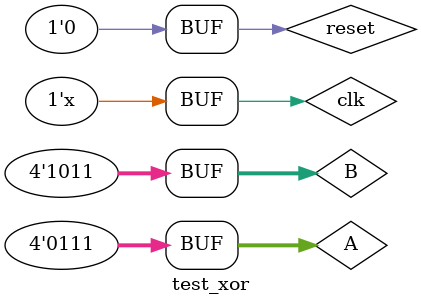
<source format=sv>
 `timescale 10 ns / 1 ps
 module test_xor();
 reg clk=0;
 reg reset=0;
 reg [3:0] A=0, B=0;
 reg [3:0] Y, golden_ref_output;
 reg [3:0] i;

 always #5 clk=~clk;

 initial 
	begin
		reset=1'b1;
		#10 reset=1'b0;
		#0 A=4'b0001;
		#0 B=4'b1001;
		#10 A=4'b0011;
		#0 B=4'b1010;
		#10 A=4'b0111;
		#0 B=4'b1011;
	end

 xor_design u0_xordesign(.clk(clk),
						 .reset(reset),
						 .a(A),
						 .b(B),
						 .y(Y));
 endmodule

</source>
